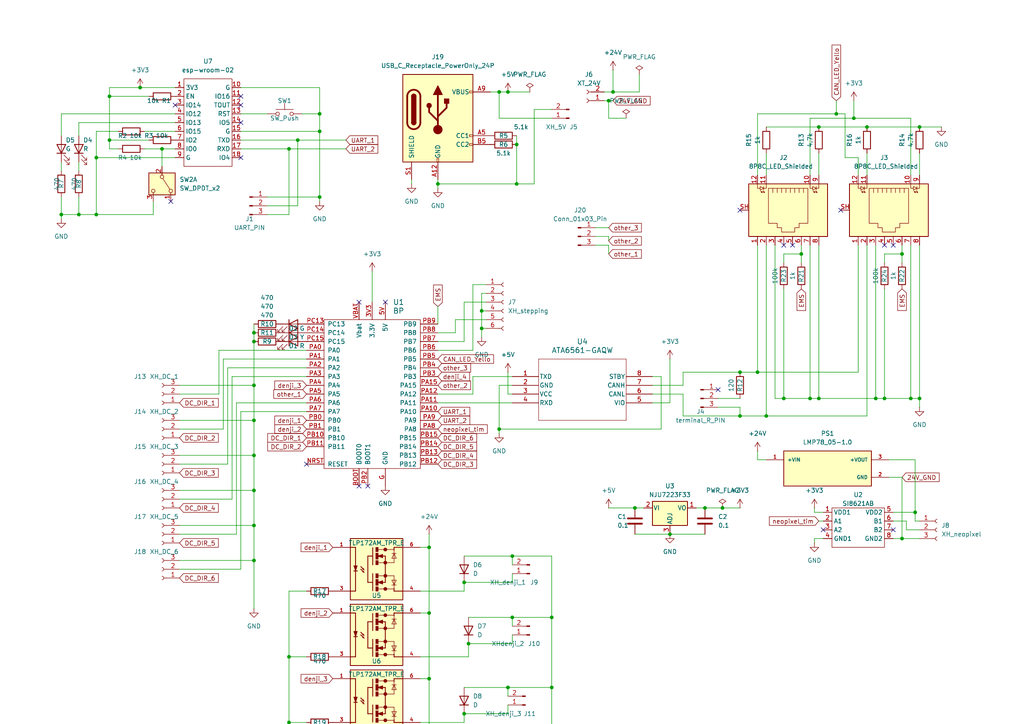
<source format=kicad_sch>
(kicad_sch (version 20231120) (generator "eeschema") (generator_version "8.0")
  (paper "A4")
  (junction (at 184.15 147.32))
  (junction (at 242.57 33.02))
  (junction (at 144.78 26.67))
  (junction (at 83.82 190.5))
  (junction (at 73.66 152.4))
  (junction (at 194.31 154.94))
  (junction (at 73.66 111.76))
  (junction (at 92.71 57.15))
  (junction (at 139.7 90.17))
  (junction (at 149.86 53.34))
  (junction (at 134.62 168.91))
  (junction (at 73.66 121.92))
  (junction (at 27.94 62.23))
  (junction (at 73.66 142.24))
  (junction (at 73.66 162.56))
  (junction (at 147.32 199.39))
  (junction (at 247.65 34.29))
  (junction (at 31.75 40.64))
  (junction (at 265.43 148.59))
  (junction (at 209.55 147.32))
  (junction (at 261.62 156.21))
  (junction (at 237.49 36.83))
  (junction (at 124.46 196.85))
  (junction (at 134.62 207.01))
  (junction (at 214.63 107.95))
  (junction (at 83.82 228.6))
  (junction (at 160.02 199.39))
  (junction (at 251.46 36.83))
  (junction (at 127 53.34))
  (junction (at 147.32 218.44))
  (junction (at 237.49 115.57))
  (junction (at 86.36 40.64))
  (junction (at 92.71 33.02))
  (junction (at 73.66 99.06))
  (junction (at 135.89 186.69))
  (junction (at 160.02 218.44))
  (junction (at 148.59 161.29))
  (junction (at 40.64 25.4))
  (junction (at 83.82 209.55))
  (junction (at 254 115.57))
  (junction (at 83.82 43.18))
  (junction (at 22.86 62.23))
  (junction (at 214.63 120.65))
  (junction (at 124.46 177.8))
  (junction (at 232.41 73.66))
  (junction (at 261.62 73.66))
  (junction (at 177.8 26.67))
  (junction (at 134.62 226.06))
  (junction (at 160.02 179.07))
  (junction (at 264.16 115.57))
  (junction (at 266.7 36.83))
  (junction (at 227.33 115.57))
  (junction (at 219.71 107.95))
  (junction (at 31.75 27.94))
  (junction (at 266.7 115.57))
  (junction (at 46.99 43.18))
  (junction (at 92.71 38.1))
  (junction (at 176.53 29.21))
  (junction (at 256.54 115.57))
  (junction (at 139.7 95.25))
  (junction (at 222.25 120.65))
  (junction (at 148.59 179.07))
  (junction (at 73.66 132.08))
  (junction (at 27.94 45.72))
  (junction (at 204.47 147.32))
  (junction (at 234.95 115.57))
  (junction (at 73.66 96.52))
  (junction (at 124.46 158.75))
  (junction (at 149.86 41.91))
  (junction (at 147.32 26.67))
  (junction (at 17.78 62.23))
  (junction (at 144.78 124.46))
  (no_connect (at 243.84 60.96))
  (no_connect (at 227.33 71.12))
  (no_connect (at 214.63 60.96))
  (no_connect (at 259.08 71.12))
  (no_connect (at 256.54 71.12))
  (no_connect (at 69.85 27.94))
  (no_connect (at 49.53 58.42))
  (no_connect (at 104.14 87.63))
  (no_connect (at 208.28 113.03))
  (no_connect (at 238.76 153.67))
  (no_connect (at 259.08 153.67))
  (no_connect (at 69.85 45.72))
  (no_connect (at 88.9 134.62))
  (no_connect (at 69.85 30.48))
  (no_connect (at 50.8 30.48))
  (no_connect (at 229.87 71.12))
  (no_connect (at 106.68 140.97))
  (no_connect (at 111.76 87.63))
  (no_connect (at 104.14 140.97))
  (no_connect (at 69.85 35.56))
  (wire (pts (xy 17.78 57.15) (xy 17.78 62.23)))
  (wire (pts (xy 66.04 134.62) (xy 52.07 134.62)))
  (wire (pts (xy 147.32 199.39) (xy 147.32 201.93)))
  (wire (pts (xy 172.72 66.04) (xy 176.53 66.04)))
  (wire (pts (xy 147.32 218.44) (xy 147.32 220.98)))
  (wire (pts (xy 261.62 156.21) (xy 266.7 156.21)))
  (wire (pts (xy 88.9 101.6) (xy 63.5 101.6)))
  (wire (pts (xy 148.59 168.91) (xy 134.62 168.91)))
  (wire (pts (xy 147.32 226.06) (xy 134.62 226.06)))
  (wire (pts (xy 41.91 43.18) (xy 46.99 43.18)))
  (wire (pts (xy 92.71 38.1) (xy 92.71 33.02)))
  (wire (pts (xy 77.47 57.15) (xy 92.71 57.15)))
  (wire (pts (xy 139.7 85.09) (xy 139.7 90.17)))
  (wire (pts (xy 237.49 71.12) (xy 237.49 115.57)))
  (wire (pts (xy 176.53 29.21) (xy 177.8 29.21)))
  (wire (pts (xy 148.59 166.37) (xy 148.59 168.91)))
  (wire (pts (xy 88.9 109.22) (xy 67.31 109.22)))
  (wire (pts (xy 127 114.3) (xy 137.16 114.3)))
  (wire (pts (xy 31.75 25.4) (xy 31.75 27.94)))
  (wire (pts (xy 144.78 111.76) (xy 144.78 124.46)))
  (wire (pts (xy 134.62 171.45) (xy 121.92 171.45)))
  (wire (pts (xy 148.59 184.15) (xy 148.59 186.69)))
  (wire (pts (xy 22.86 35.56) (xy 22.86 39.37)))
  (wire (pts (xy 181.61 34.29) (xy 176.53 34.29)))
  (wire (pts (xy 127 99.06) (xy 134.62 99.06)))
  (wire (pts (xy 219.71 107.95) (xy 248.92 107.95)))
  (wire (pts (xy 148.59 186.69) (xy 135.89 186.69)))
  (wire (pts (xy 237.49 115.57) (xy 234.95 115.57)))
  (wire (pts (xy 214.63 120.65) (xy 198.12 120.65)))
  (wire (pts (xy 86.36 40.64) (xy 86.36 59.69)))
  (wire (pts (xy 266.7 36.83) (xy 273.05 36.83)))
  (wire (pts (xy 17.78 62.23) (xy 17.78 63.5)))
  (wire (pts (xy 127 88.9) (xy 127 93.98)))
  (wire (pts (xy 83.82 228.6) (xy 83.82 232.41)))
  (wire (pts (xy 198.12 107.95) (xy 198.12 111.76)))
  (wire (pts (xy 160.02 31.75) (xy 154.94 31.75)))
  (wire (pts (xy 139.7 90.17) (xy 140.97 90.17)))
  (wire (pts (xy 261.62 71.12) (xy 261.62 73.66)))
  (wire (pts (xy 176.53 147.32) (xy 184.15 147.32)))
  (wire (pts (xy 134.62 87.63) (xy 140.97 87.63)))
  (wire (pts (xy 83.82 62.23) (xy 77.47 62.23)))
  (wire (pts (xy 160.02 218.44) (xy 160.02 224.79)))
  (wire (pts (xy 259.08 156.21) (xy 261.62 156.21)))
  (wire (pts (xy 68.58 116.84) (xy 68.58 154.94)))
  (wire (pts (xy 50.8 35.56) (xy 22.86 35.56)))
  (wire (pts (xy 184.15 154.94) (xy 194.31 154.94)))
  (wire (pts (xy 264.16 115.57) (xy 266.7 115.57)))
  (wire (pts (xy 147.32 26.67) (xy 153.67 26.67)))
  (wire (pts (xy 154.94 31.75) (xy 154.94 53.34)))
  (wire (pts (xy 68.58 154.94) (xy 52.07 154.94)))
  (wire (pts (xy 251.46 36.83) (xy 266.7 36.83)))
  (wire (pts (xy 134.62 99.06) (xy 134.62 87.63)))
  (wire (pts (xy 148.59 179.07) (xy 148.59 181.61)))
  (wire (pts (xy 264.16 115.57) (xy 256.54 115.57)))
  (wire (pts (xy 214.63 107.95) (xy 219.71 107.95)))
  (wire (pts (xy 22.86 62.23) (xy 22.86 57.15)))
  (wire (pts (xy 160.02 34.29) (xy 144.78 34.29)))
  (wire (pts (xy 172.72 71.12) (xy 176.53 71.12)))
  (wire (pts (xy 31.75 40.64) (xy 43.18 40.64)))
  (wire (pts (xy 124.46 196.85) (xy 124.46 215.9)))
  (wire (pts (xy 121.92 177.8) (xy 124.46 177.8)))
  (wire (pts (xy 41.91 38.1) (xy 50.8 38.1)))
  (wire (pts (xy 148.59 163.83) (xy 148.59 161.29)))
  (wire (pts (xy 214.63 120.65) (xy 222.25 120.65)))
  (wire (pts (xy 124.46 154.94) (xy 124.46 158.75)))
  (wire (pts (xy 63.5 114.3) (xy 52.07 114.3)))
  (wire (pts (xy 232.41 71.12) (xy 232.41 73.66)))
  (wire (pts (xy 208.28 115.57) (xy 214.63 115.57)))
  (wire (pts (xy 34.29 43.18) (xy 31.75 43.18)))
  (wire (pts (xy 251.46 120.65) (xy 251.46 71.12)))
  (wire (pts (xy 176.53 34.29) (xy 176.53 29.21)))
  (wire (pts (xy 83.82 190.5) (xy 88.9 190.5)))
  (wire (pts (xy 140.97 85.09) (xy 139.7 85.09)))
  (wire (pts (xy 127 116.84) (xy 148.59 116.84)))
  (wire (pts (xy 73.66 142.24) (xy 73.66 132.08)))
  (wire (pts (xy 31.75 27.94) (xy 43.18 27.94)))
  (wire (pts (xy 137.16 109.22) (xy 148.59 109.22)))
  (wire (pts (xy 175.26 29.21) (xy 176.53 29.21)))
  (wire (pts (xy 40.64 25.4) (xy 31.75 25.4)))
  (wire (pts (xy 22.86 46.99) (xy 22.86 49.53)))
  (wire (pts (xy 83.82 171.45) (xy 83.82 190.5)))
  (wire (pts (xy 177.8 26.67) (xy 177.8 20.32)))
  (wire (pts (xy 83.82 190.5) (xy 83.82 209.55)))
  (wire (pts (xy 160.02 161.29) (xy 160.02 179.07)))
  (wire (pts (xy 245.11 45.72) (xy 248.92 45.72)))
  (wire (pts (xy 236.22 147.32) (xy 236.22 148.59)))
  (wire (pts (xy 227.33 73.66) (xy 232.41 73.66)))
  (wire (pts (xy 176.53 71.12) (xy 176.53 73.66)))
  (wire (pts (xy 160.02 179.07) (xy 160.02 199.39)))
  (wire (pts (xy 44.45 58.42) (xy 44.45 62.23)))
  (wire (pts (xy 154.94 53.34) (xy 149.86 53.34)))
  (wire (pts (xy 46.99 43.18) (xy 50.8 43.18)))
  (wire (pts (xy 52.07 121.92) (xy 73.66 121.92)))
  (wire (pts (xy 247.65 34.29) (xy 264.16 34.29)))
  (wire (pts (xy 17.78 33.02) (xy 17.78 39.37)))
  (wire (pts (xy 135.89 186.69) (xy 135.89 190.5)))
  (wire (pts (xy 234.95 115.57) (xy 227.33 115.57)))
  (wire (pts (xy 227.33 83.82) (xy 227.33 115.57)))
  (wire (pts (xy 134.62 168.91) (xy 134.62 171.45)))
  (wire (pts (xy 107.95 78.74) (xy 107.95 87.63)))
  (wire (pts (xy 234.95 71.12) (xy 234.95 115.57)))
  (wire (pts (xy 83.82 228.6) (xy 88.9 228.6)))
  (wire (pts (xy 73.66 121.92) (xy 73.66 111.76)))
  (wire (pts (xy 86.36 59.69) (xy 77.47 59.69)))
  (wire (pts (xy 144.78 124.46) (xy 144.78 125.73)))
  (wire (pts (xy 265.43 151.13) (xy 266.7 151.13)))
  (wire (pts (xy 134.62 228.6) (xy 121.92 228.6)))
  (wire (pts (xy 219.71 107.95) (xy 219.71 71.12)))
  (wire (pts (xy 34.29 38.1) (xy 27.94 38.1)))
  (wire (pts (xy 185.42 26.67) (xy 177.8 26.67)))
  (wire (pts (xy 147.32 207.01) (xy 134.62 207.01)))
  (wire (pts (xy 144.78 34.29) (xy 144.78 26.67)))
  (wire (pts (xy 175.26 26.67) (xy 177.8 26.67)))
  (wire (pts (xy 261.62 138.43) (xy 261.62 156.21)))
  (wire (pts (xy 237.49 44.45) (xy 237.49 50.8)))
  (wire (pts (xy 52.07 111.76) (xy 73.66 111.76)))
  (wire (pts (xy 50.8 33.02) (xy 17.78 33.02)))
  (wire (pts (xy 69.85 119.38) (xy 69.85 165.1)))
  (wire (pts (xy 139.7 90.17) (xy 139.7 95.25)))
  (wire (pts (xy 83.82 209.55) (xy 83.82 228.6)))
  (wire (pts (xy 137.16 101.6) (xy 137.16 82.55)))
  (wire (pts (xy 256.54 115.57) (xy 254 115.57)))
  (wire (pts (xy 247.65 34.29) (xy 234.95 34.29)))
  (wire (pts (xy 73.66 132.08) (xy 73.66 121.92)))
  (wire (pts (xy 119.38 52.07) (xy 119.38 53.34)))
  (wire (pts (xy 256.54 73.66) (xy 261.62 73.66)))
  (wire (pts (xy 66.04 106.68) (xy 66.04 134.62)))
  (wire (pts (xy 265.43 148.59) (xy 265.43 151.13)))
  (wire (pts (xy 88.9 106.68) (xy 66.04 106.68)))
  (wire (pts (xy 232.41 73.66) (xy 232.41 76.2)))
  (wire (pts (xy 147.32 199.39) (xy 160.02 199.39)))
  (wire (pts (xy 69.85 33.02) (xy 77.47 33.02)))
  (wire (pts (xy 224.79 115.57) (xy 224.79 71.12)))
  (wire (pts (xy 52.07 162.56) (xy 73.66 162.56)))
  (wire (pts (xy 64.77 104.14) (xy 64.77 124.46)))
  (wire (pts (xy 208.28 118.11) (xy 214.63 118.11)))
  (wire (pts (xy 194.31 116.84) (xy 194.31 104.14)))
  (wire (pts (xy 83.82 43.18) (xy 83.82 62.23)))
  (wire (pts (xy 127 101.6) (xy 137.16 101.6)))
  (wire (pts (xy 176.53 68.58) (xy 176.53 69.85)))
  (wire (pts (xy 266.7 71.12) (xy 266.7 115.57)))
  (wire (pts (xy 245.11 33.02) (xy 245.11 45.72)))
  (wire (pts (xy 160.02 199.39) (xy 160.02 218.44)))
  (wire (pts (xy 262.89 153.67) (xy 266.7 153.67)))
  (wire (pts (xy 73.66 176.53) (xy 73.66 162.56)))
  (wire (pts (xy 31.75 43.18) (xy 31.75 40.64)))
  (wire (pts (xy 172.72 68.58) (xy 176.53 68.58)))
  (wire (pts (xy 257.81 133.35) (xy 265.43 133.35)))
  (wire (pts (xy 137.16 114.3) (xy 137.16 109.22)))
  (wire (pts (xy 134.62 207.01) (xy 134.62 209.55)))
  (wire (pts (xy 256.54 76.2) (xy 256.54 73.66)))
  (wire (pts (xy 149.86 39.37) (xy 149.86 41.91)))
  (wire (pts (xy 234.95 34.29) (xy 234.95 50.8)))
  (wire (pts (xy 219.71 133.35) (xy 222.25 133.35)))
  (wire (pts (xy 219.71 33.02) (xy 219.71 50.8)))
  (wire (pts (xy 69.85 25.4) (xy 92.71 25.4)))
  (wire (pts (xy 191.77 109.22) (xy 191.77 124.46)))
  (wire (pts (xy 88.9 116.84) (xy 68.58 116.84)))
  (wire (pts (xy 135.89 190.5) (xy 121.92 190.5)))
  (wire (pts (xy 254 71.12) (xy 254 115.57)))
  (wire (pts (xy 248.92 107.95) (xy 248.92 71.12)))
  (wire (pts (xy 100.33 40.64) (xy 86.36 40.64)))
  (wire (pts (xy 204.47 147.32) (xy 209.55 147.32)))
  (wire (pts (xy 139.7 95.25) (xy 140.97 95.25)))
  (wire (pts (xy 137.16 82.55) (xy 140.97 82.55)))
  (wire (pts (xy 73.66 93.98) (xy 73.66 96.52)))
  (wire (pts (xy 134.62 199.39) (xy 147.32 199.39)))
  (wire (pts (xy 144.78 124.46) (xy 191.77 124.46)))
  (wire (pts (xy 73.66 162.56) (xy 73.66 152.4)))
  (wire (pts (xy 124.46 158.75) (xy 124.46 177.8)))
  (wire (pts (xy 219.71 130.81) (xy 219.71 133.35)))
  (wire (pts (xy 92.71 33.02) (xy 87.63 33.02)))
  (wire (pts (xy 148.59 179.07) (xy 160.02 179.07)))
  (wire (pts (xy 83.82 43.18) (xy 100.33 43.18)))
  (wire (pts (xy 88.9 104.14) (xy 64.77 104.14)))
  (wire (pts (xy 236.22 156.21) (xy 236.22 157.48)))
  (wire (pts (xy 201.93 147.32) (xy 204.47 147.32)))
  (wire (pts (xy 265.43 133.35) (xy 265.43 148.59)))
  (wire (pts (xy 254 115.57) (xy 237.49 115.57)))
  (wire (pts (xy 69.85 38.1) (xy 92.71 38.1)))
  (wire (pts (xy 132.08 96.52) (xy 132.08 92.71)))
  (wire (pts (xy 266.7 115.57) (xy 266.7 118.11)))
  (wire (pts (xy 144.78 26.67) (xy 147.32 26.67)))
  (wire (pts (xy 264.16 34.29) (xy 264.16 50.8)))
  (wire (pts (xy 27.94 62.23) (xy 22.86 62.23)))
  (wire (pts (xy 134.62 209.55) (xy 121.92 209.55)))
  (wire (pts (xy 198.12 111.76) (xy 189.23 111.76)))
  (wire (pts (xy 127 54.61) (xy 127 53.34)))
  (wire (pts (xy 132.08 92.71) (xy 140.97 92.71)))
  (wire (pts (xy 259.08 148.59) (xy 265.43 148.59)))
  (wire (pts (xy 50.8 25.4) (xy 40.64 25.4)))
  (wire (pts (xy 242.57 33.02) (xy 245.11 33.02)))
  (wire (pts (xy 73.66 111.76) (xy 73.66 99.06)))
  (wire (pts (xy 222.25 120.65) (xy 222.25 71.12)))
  (wire (pts (xy 148.59 161.29) (xy 134.62 161.29)))
  (wire (pts (xy 148.59 111.76) (xy 144.78 111.76)))
  (wire (pts (xy 214.63 118.11) (xy 214.63 120.65)))
  (wire (pts (xy 67.31 144.78) (xy 52.07 144.78)))
  (wire (pts (xy 189.23 116.84) (xy 194.31 116.84)))
  (wire (pts (xy 17.78 62.23) (xy 22.86 62.23)))
  (wire (pts (xy 92.71 57.15) (xy 92.71 58.42)))
  (wire (pts (xy 73.66 152.4) (xy 73.66 142.24)))
  (wire (pts (xy 127 53.34) (xy 127 52.07)))
  (wire (pts (xy 251.46 44.45) (xy 251.46 50.8)))
  (wire (pts (xy 69.85 40.64) (xy 86.36 40.64)))
  (wire (pts (xy 261.62 73.66) (xy 261.62 76.2)))
  (wire (pts (xy 52.07 142.24) (xy 73.66 142.24)))
  (wire (pts (xy 198.12 114.3) (xy 189.23 114.3)))
  (wire (pts (xy 264.16 71.12) (xy 264.16 115.57)))
  (wire (pts (xy 142.24 26.67) (xy 144.78 26.67)))
  (wire (pts (xy 67.31 109.22) (xy 67.31 144.78)))
  (wire (pts (xy 147.32 114.3) (xy 148.59 114.3)))
  (wire (pts (xy 257.81 138.43) (xy 261.62 138.43)))
  (wire (pts (xy 17.78 46.99) (xy 17.78 49.53)))
  (wire (pts (xy 222.25 36.83) (xy 237.49 36.83)))
  (wire (pts (xy 27.94 38.1) (xy 27.94 45.72)))
  (wire (pts (xy 73.66 96.52) (xy 73.66 99.06)))
  (wire (pts (xy 238.76 156.21) (xy 236.22 156.21)))
  (wire (pts (xy 124.46 177.8) (xy 124.46 196.85)))
  (wire (pts (xy 222.25 44.45) (xy 222.25 50.8)))
  (wire (pts (xy 46.99 43.18) (xy 46.99 48.26)))
  (wire (pts (xy 149.86 41.91) (xy 149.86 53.34)))
  (wire (pts (xy 236.22 148.59) (xy 238.76 148.59)))
  (wire (pts (xy 198.12 120.65) (xy 198.12 114.3)))
  (wire (pts (xy 147.32 107.95) (xy 147.32 114.3)))
  (wire (pts (xy 69.85 43.18) (xy 83.82 43.18)))
  (wire (pts (xy 227.33 115.57) (xy 224.79 115.57)))
  (wire (pts (xy 134.62 226.06) (xy 134.62 228.6)))
  (wire (pts (xy 266.7 44.45) (xy 266.7 50.8)))
  (wire (pts (xy 44.45 62.23) (xy 27.94 62.23)))
  (wire (pts (xy 242.57 33.02) (xy 219.71 33.02)))
  (wire (pts (xy 214.63 107.95) (xy 198.12 107.95)))
  (wire (pts (xy 222.25 120.65) (xy 251.46 120.65)))
  (wire (pts (xy 185.42 21.59) (xy 185.42 26.67)))
  (wire (pts (xy 124.46 158.75) (xy 121.92 158.75)))
  (wire (pts (xy 64.77 124.46) (xy 52.07 124.46)))
  (wire (pts (xy 209.55 147.32) (xy 214.63 147.32)))
  (wire (pts (xy 147.32 223.52) (xy 147.32 226.06)))
  (wire (pts (xy 92.71 38.1) (xy 92.71 57.15)))
  (wire (pts (xy 227.33 76.2) (xy 227.33 73.66)))
  (wire (pts (xy 160.02 218.44) (xy 147.32 218.44)))
  (wire (pts (xy 88.9 119.38) (xy 69.85 119.38)))
  (wire (pts (xy 259.08 151.13) (xy 262.89 151.13)))
  (wire (pts (xy 63.5 101.6) (xy 63.5 114.3)))
  (wire (pts (xy 135.89 179.07) (xy 148.59 179.07)))
  (wire (pts (xy 237.49 151.13) (xy 238.76 151.13)))
  (wire (pts (xy 148.59 161.29) (xy 160.02 161.29)))
  (wire (pts (xy 184.15 147.32) (xy 186.69 147.32)))
  (wire (pts (xy 83.82 209.55) (xy 88.9 209.55)))
  (wire (pts (xy 147.32 204.47) (xy 147.32 207.01)))
  (wire (pts (xy 149.86 53.34) (xy 127 53.34)))
  (wire (pts (xy 256.54 83.82) (xy 256.54 115.57)))
  (wire (pts (xy 88.9 171.45) (xy 83.82 171.45)))
  (wire (pts (xy 92.71 25.4) (xy 92.71 33.02)))
  (wire (pts (xy 52.07 132.08) (xy 73.66 132.08)))
  (wire (pts (xy 27.94 45.72) (xy 27.94 62.23)))
  (wire (pts (xy 127 96.52) (xy 132.08 96.52)))
  (wire (pts (xy 31.75 27.94) (xy 31.75 40.64)))
  (wire (pts (xy 69.85 165.1) (xy 52.07 165.1)))
  (wire (pts (xy 247.65 29.21) (xy 247.65 34.29)))
  (wire (pts (xy 50.8 45.72) (xy 27.94 45.72)))
  (wire (pts (xy 121.92 196.85) (xy 124.46 196.85)))
  (wire (pts (xy 237.49 36.83) (xy 251.46 36.83)))
  (wire (pts (xy 242.57 29.21) (xy 242.57 33.02)))
  (wire (pts (xy 134.62 218.44) (xy 147.32 218.44)))
  (wire (pts (xy 139.7 95.25) (xy 139.7 97.79)))
  (wire (pts (xy 121.92 215.9) (xy 124.46 215.9)))
  (wire (pts (xy 262.89 151.13) (xy 262.89 153.67)))
  (wire (pts (xy 194.31 154.94) (xy 204.47 154.94)))
  (wire (pts (xy 248.92 45.72) (xy 248.92 50.8)))
  (wire (pts (xy 189.23 109.22) (xy 191.77 109.22)))
  (wire (pts (xy 52.07 152.4) (xy 73.66 152.4)))
  (global_label "DC_DIR_3" (shape input) (at 52.07 137.16 0) (property "Intersheetrefs" "${INTERSHEET_REFS}" (effects (hide yes))))
  (global_label "denji_3" (shape input) (at 96.52 196.85 180) (property "Intersheetrefs" "${INTERSHEET_REFS}" (effects (hide yes))))
  (global_label "EMS" (shape input) (at 261.62 83.82 270) (property "Intersheetrefs" "${INTERSHEET_REFS}" (effects (hide yes))))
  (global_label "denji_4" (shape input) (at 127 109.22 0) (property "Intersheetrefs" "${INTERSHEET_REFS}" (effects (hide yes))))
  (global_label "UART_2" (shape input) (at 100.33 43.18 0) (property "Intersheetrefs" "${INTERSHEET_REFS}" (effects (hide yes))))
  (global_label "DC_DIR_5" (shape input) (at 127 129.54 0) (property "Intersheetrefs" "${INTERSHEET_REFS}" (effects (hide yes))))
  (global_label "DC_DIR_1" (shape input) (at 52.07 116.84 0) (property "Intersheetrefs" "${INTERSHEET_REFS}" (effects (hide yes))))
  (global_label "other_3" (shape input) (at 176.53 66.04 0) (property "Intersheetrefs" "${INTERSHEET_REFS}" (effects (hide yes))))
  (global_label "DC_DIR_2" (shape input) (at 88.9 129.54 180) (property "Intersheetrefs" "${INTERSHEET_REFS}" (effects (hide yes))))
  (global_label "UART_2" (shape input) (at 127 121.92 0) (property "Intersheetrefs" "${INTERSHEET_REFS}" (effects (hide yes))))
  (global_label "denji_1" (shape input) (at 88.9 121.92 180) (property "Intersheetrefs" "${INTERSHEET_REFS}" (effects (hide yes))))
  (global_label "UART_1" (shape input) (at 100.33 40.64 0) (property "Intersheetrefs" "${INTERSHEET_REFS}" (effects (hide yes))))
  (global_label "UART_1" (shape input) (at 127 119.38 0) (property "Intersheetrefs" "${INTERSHEET_REFS}" (effects (hide yes))))
  (global_label "denji_4" (shape input) (at 96.52 215.9 180) (property "Intersheetrefs" "${INTERSHEET_REFS}" (effects (hide yes))))
  (global_label "DC_DIR_4" (shape input) (at 52.07 147.32 0) (property "Intersheetrefs" "${INTERSHEET_REFS}" (effects (hide yes))))
  (global_label "denji_2" (shape input) (at 96.52 177.8 180) (property "Intersheetrefs" "${INTERSHEET_REFS}" (effects (hide yes))))
  (global_label "24V_GND" (shape input) (at 177.8 29.21 0) (property "Intersheetrefs" "${INTERSHEET_REFS}" (effects (hide yes))))
  (global_label "EMS" (shape input) (at 127 88.9 90) (property "Intersheetrefs" "${INTERSHEET_REFS}" (effects (hide yes))))
  (global_label "other_2" (shape input) (at 176.53 69.85 0) (property "Intersheetrefs" "${INTERSHEET_REFS}" (effects (hide yes))))
  (global_label "EMS" (shape input) (at 232.41 83.82 270) (property "Intersheetrefs" "${INTERSHEET_REFS}" (effects (hide yes))))
  (global_label "DC_DIR_1" (shape input) (at 88.9 127 180) (property "Intersheetrefs" "${INTERSHEET_REFS}" (effects (hide yes))))
  (global_label "DC_DIR_4" (shape input) (at 127 132.08 0) (property "Intersheetrefs" "${INTERSHEET_REFS}" (effects (hide yes))))
  (global_label "neopixel_tim" (shape input) (at 237.49 151.13 180) (property "Intersheetrefs" "${INTERSHEET_REFS}" (effects (hide yes))))
  (global_label "DC_DIR_6" (shape input) (at 127 127 0) (property "Intersheetrefs" "${INTERSHEET_REFS}" (effects (hide yes))))
  (global_label "denji_3" (shape input) (at 88.9 111.76 180) (property "Intersheetrefs" "${INTERSHEET_REFS}" (effects (hide yes))))
  (global_label "DC_DIR_3" (shape input) (at 127 134.62 0) (property "Intersheetrefs" "${INTERSHEET_REFS}" (effects (hide yes))))
  (global_label "other_2" (shape input) (at 127 111.76 0) (property "Intersheetrefs" "${INTERSHEET_REFS}" (effects (hide yes))))
  (global_label "DC_DIR_6" (shape input) (at 52.07 167.64 0) (property "Intersheetrefs" "${INTERSHEET_REFS}" (effects (hide yes))))
  (global_label "other_1" (shape input) (at 176.53 73.66 0) (property "Intersheetrefs" "${INTERSHEET_REFS}" (effects (hide yes))))
  (global_label "24V_GND" (shape input) (at 160.02 224.79 0) (property "Intersheetrefs" "${INTERSHEET_REFS}" (effects (hide yes))))
  (global_label "CAN_LED_Yello" (shape input) (at 242.57 29.21 90) (property "Intersheetrefs" "${INTERSHEET_REFS}" (effects (hide yes))))
  (global_label "CAN_LED_Yello" (shape input) (at 127 104.14 0) (property "Intersheetrefs" "${INTERSHEET_REFS}" (effects (hide yes))))
  (global_label "other_3" (shape input) (at 127 106.68 0) (property "Intersheetrefs" "${INTERSHEET_REFS}" (effects (hide yes))))
  (global_label "other_1" (shape input) (at 88.9 114.3 180) (property "Intersheetrefs" "${INTERSHEET_REFS}" (effects (hide yes))))
  (global_label "DC_DIR_2" (shape input) (at 52.07 127 0) (property "Intersheetrefs" "${INTERSHEET_REFS}" (effects (hide yes))))
  (global_label "denji_1" (shape input) (at 96.52 158.75 180) (property "Intersheetrefs" "${INTERSHEET_REFS}" (effects (hide yes))))
  (global_label "DC_DIR_5" (shape input) (at 52.07 157.48 0) (property "Intersheetrefs" "${INTERSHEET_REFS}" (effects (hide yes))))
  (global_label "neopixel_tim" (shape input) (at 127 124.46 0) (property "Intersheetrefs" "${INTERSHEET_REFS}" (effects (hide yes))))
  (global_label "denji_2" (shape input) (at 88.9 124.46 180) (property "Intersheetrefs" "${INTERSHEET_REFS}" (effects (hide yes))))
  (global_label "24V_GND" (shape input) (at 261.62 138.43 0) (property "Intersheetrefs" "${INTERSHEET_REFS}" (effects (hide yes))))
  (symbol (lib_id "power:+3V3") (at 107.95 78.74 0) (unit 1)
    (property "Reference" "#PWR05" (effects (hide yes)))
    (property "Value" "+3V3" (at 107.95 73.66 0))
    (property "Description" "Power symbol creates a global label with name \"+3V3\"" (effects (hide yes)))
  )
  (symbol (lib_id "power:GND") (at 92.71 58.42 0) (unit 1)
    (property "Reference" "#PWR02" (effects (hide yes)))
    (property "Value" "GND" (at 92.71 63.5 0))
    (property "Description" "Power symbol creates a global label with name \"GND\" , ground" (effects (hide yes)))
  )
  (symbol (lib_id "power:+24V") (at 219.71 130.81 0) (unit 1)
    (property "Reference" "#PWR021" (effects (hide yes)))
    (property "Value" "+24V" (at 219.71 125.73 0))
    (property "Description" "Power symbol creates a global label with name \"+24V\"" (effects (hide yes)))
  )
  (symbol (lib_id "power:GND") (at 139.7 97.79 0) (unit 1)
    (property "Reference" "#PWR013" (effects (hide yes)))
    (property "Value" "GND" (at 139.7 102.87 0))
    (property "Description" "Power symbol creates a global label with name \"GND\" , ground" (effects (hide yes)))
  )
  (symbol (lib_id "Connector:Conn_01x02_Pin") (at 152.4 223.52 180) (unit 1)
    (property "Reference" "J12" (at 153.67 226.06 0))
    (property "Value" "XH_denji_4" (at 146.05 226.06 0))
    (property "Footprint" "Connector_JST:JST_XH_B2B-XH-A_1x02_P2.50mm_Vertical" (effects (hide yes)))
    (property "Description" "Generic connector, single row, 01x02, script generated" (effects (hide yes)))
  )
  (symbol (lib_id "Device:R") (at 46.99 27.94 90) (unit 1)
    (property "Reference" "R1" (at 48.26 29.21 90))
    (property "Value" "10k" (at 44.45 29.21 90))
    (property "Footprint" "Resistor_SMD:R_0402_1005Metric" (effects (hide yes)))
    (property "Description" "Resistor" (effects (hide yes)))
  )
  (symbol (lib_id "my_symbol:TLP172AM_TPR_E") (at 111.76 180.34 0) (unit 1)
    (property "Reference" "U6" (at 109.22 191.77 0))
    (property "Value" "TLP172AM_TPR_E" (at 109.22 176.53 0))
    (property "Footprint" "my_Library:SOIC254P700X220-4N" (effects (hide yes)))
    (property "MF" "Toshiba Semiconductor" (effects (hide yes)))
    (property "Description_1" "\n                        \n                            Solid State  SPST-NO (1 Form A) 6-SOP (0.179, 4.55mm), 4 Leads\n                        \n" (effects (hide yes)))
    (property "Package" "None" (effects (hide yes)))
    (property "Price" "None" (effects (hide yes)))
    (property "Check_prices" "https://www.snapeda.com/parts/TLP172AM(TPR,E/Toshiba/view-part/?ref=eda" (effects (hide yes)))
    (property "STANDARD" "IPC 7351B" (effects (hide yes)))
    (property "PARTREV" "5.0" (effects (hide yes)))
    (property "SnapEDA_Link" "https://www.snapeda.com/parts/TLP172AM(TPR,E/Toshiba/view-part/?ref=snap" (effects (hide yes)))
    (property "MP" "TLP172AM(TPR,E" (effects (hide yes)))
    (property "Availability" "In Stock" (effects (hide yes)))
    (property "MANUFACTURER" "TOSHIBA" (effects (hide yes)))
  )
  (symbol (lib_id "Device:R") (at 237.49 40.64 180) (unit 1)
    (property "Reference" "R13" (at 232.41 40.64 90))
    (property "Value" "4.7k" (at 234.95 40.64 90))
    (property "Footprint" "Resistor_SMD:R_0402_1005Metric" (effects (hide yes)))
    (property "Description" "Resistor" (effects (hide yes)))
  )
  (symbol (lib_id "Connector:USB_C_Receptacle_PowerOnly_24P") (at 127 34.29 0) (unit 1)
    (property "Reference" "J19" (at 127 16.51 0))
    (property "Value" "USB_C_Receptacle_PowerOnly_24P" (at 127 19.05 0))
    (property "Footprint" "Connector_USB:USB_C_Receptacle_G-Switch_GT-USB-7010ASV" (effects (hide yes)))
    (property "Datasheet" "https://www.usb.org/sites/default/files/documents/usb_type-c.zip" (effects (hide yes)))
    (property "Description" "USB Power-Only 24P Type-C Receptacle connector" (effects (hide yes)))
  )
  (symbol (lib_id "Device:R") (at 261.62 80.01 180) (unit 1)
    (property "Reference" "R22" (at 261.62 80.01 90))
    (property "Value" "1k" (at 259.08 80.01 90))
    (property "Footprint" "Resistor_SMD:R_0402_1005Metric" (effects (hide yes)))
    (property "Description" "Resistor" (effects (hide yes)))
  )
  (symbol (lib_id "power:GND") (at 236.22 157.48 0) (unit 1)
    (property "Reference" "#PWR020" (effects (hide yes)))
    (property "Value" "GND" (at 236.22 162.56 0))
    (property "Description" "Power symbol creates a global label with name \"GND\" , ground" (effects (hide yes)))
  )
  (symbol (lib_id "my_symbol:TLP172AM_TPR_E") (at 111.76 218.44 0) (unit 1)
    (property "Reference" "U9" (at 109.22 229.87 0))
    (property "Value" "TLP172AM_TPR_E" (at 109.22 214.63 0))
    (property "Footprint" "my_Library:SOIC254P700X220-4N" (effects (hide yes)))
    (property "MF" "Toshiba Semiconductor" (effects (hide yes)))
    (property "Description_1" "\n                        \n                            Solid State  SPST-NO (1 Form A) 6-SOP (0.179, 4.55mm), 4 Leads\n                        \n" (effects (hide yes)))
    (property "Package" "None" (effects (hide yes)))
    (property "Price" "None" (effects (hide yes)))
    (property "Check_prices" "https://www.snapeda.com/parts/TLP172AM(TPR,E/Toshiba/view-part/?ref=eda" (effects (hide yes)))
    (property "STANDARD" "IPC 7351B" (effects (hide yes)))
    (property "PARTREV" "5.0" (effects (hide yes)))
    (property "SnapEDA_Link" "https://www.snapeda.com/parts/TLP172AM(TPR,E/Toshiba/view-part/?ref=snap" (effects (hide yes)))
    (property "MP" "TLP172AM(TPR,E" (effects (hide yes)))
    (property "Availability" "In Stock" (effects (hide yes)))
    (property "MANUFACTURER" "TOSHIBA" (effects (hide yes)))
  )
  (symbol (lib_id "my_symbol:TLP172AM_TPR_E") (at 111.76 199.39 0) (unit 1)
    (property "Reference" "U8" (at 109.22 210.82 0))
    (property "Value" "TLP172AM_TPR_E" (at 109.22 195.58 0))
    (property "Footprint" "my_Library:SOIC254P700X220-4N" (effects (hide yes)))
    (property "MF" "Toshiba Semiconductor" (effects (hide yes)))
    (property "Description_1" "\n                        \n                            Solid State  SPST-NO (1 Form A) 6-SOP (0.179, 4.55mm), 4 Leads\n                        \n" (effects (hide yes)))
    (property "Package" "None" (effects (hide yes)))
    (property "Price" "None" (effects (hide yes)))
    (property "Check_prices" "https://www.snapeda.com/parts/TLP172AM(TPR,E/Toshiba/view-part/?ref=eda" (effects (hide yes)))
    (property "STANDARD" "IPC 7351B" (effects (hide yes)))
    (property "PARTREV" "5.0" (effects (hide yes)))
    (property "SnapEDA_Link" "https://www.snapeda.com/parts/TLP172AM(TPR,E/Toshiba/view-part/?ref=snap" (effects (hide yes)))
    (property "MP" "TLP172AM(TPR,E" (effects (hide yes)))
    (property "Availability" "In Stock" (effects (hide yes)))
    (property "MANUFACTURER" "TOSHIBA" (effects (hide yes)))
  )
  (symbol (lib_id "Device:R") (at 92.71 209.55 270) (unit 1)
    (property "Reference" "R19" (at 92.71 209.55 90))
    (property "Value" "470" (at 92.71 210.82 90))
    (property "Footprint" "Resistor_SMD:R_0402_1005Metric" (effects (hide yes)))
    (property "Description" "Resistor" (effects (hide yes)))
  )
  (symbol (lib_id "Device:LED") (at 85.09 93.98 0) (unit 1)
    (property "Reference" "D2" (at 85.09 95.25 0))
    (property "Value" "G" (at 87.63 95.25 0))
    (property "Footprint" "LED_SMD:LED_0805_2012Metric" (effects (hide yes)))
    (property "Description" "Light emitting diode" (effects (hide yes)))
  )
  (symbol (lib_id "Connector:Conn_01x02_Pin") (at 165.1 34.29 180) (unit 1)
    (property "Reference" "J5" (at 166.37 36.83 0))
    (property "Value" "XH_5V" (at 161.29 36.83 0))
    (property "Footprint" "Connector_JST:JST_XH_B2B-XH-A_1x02_P2.50mm_Vertical" (effects (hide yes)))
    (property "Description" "Generic connector, single row, 01x02, script generated" (effects (hide yes)))
  )
  (symbol (lib_id "Connector:Conn_01x03_Pin") (at 72.39 59.69 0) (unit 1)
    (property "Reference" "J1" (at 72.39 63.5 0))
    (property "Value" "UART_PIN" (at 72.39 66.04 0))
    (property "Footprint" "Connector_PinHeader_2.54mm:PinHeader_1x03_P2.54mm_Vertical" (effects (hide yes)))
    (property "Description" "Generic connector, single row, 01x03, script generated" (effects (hide yes)))
  )
  (symbol (lib_id "Device:D") (at 134.62 165.1 90) (unit 1)
    (property "Reference" "D6" (at 137.16 163.8299 90) (effects (justify right)))
    (property "Value" "D" (at 137.16 166.3699 90) (effects (justify right)))
    (property "Footprint" "my_Library:SOD-123FL" (effects (hide yes)))
    (property "Description" "Diode" (effects (hide yes)))
    (property "Sim.Device" "D" (effects (hide yes)))
    (property "Sim.Pins" "1=K 2=A" (effects (hide yes)))
  )
  (symbol (lib_id "Device:R") (at 251.46 40.64 180) (unit 1)
    (property "Reference" "R16" (at 246.38 40.64 90))
    (property "Value" "1k" (at 248.92 40.64 90))
    (property "Footprint" "Resistor_SMD:R_0402_1005Metric" (effects (hide yes)))
    (property "Description" "Resistor" (effects (hide yes)))
  )
  (symbol (lib_id "Device:R") (at 38.1 43.18 90) (unit 1)
    (property "Reference" "R4" (at 35.56 45.72 90))
    (property "Value" "10k" (at 39.37 45.72 90))
    (property "Footprint" "Resistor_SMD:R_0402_1005Metric" (effects (hide yes)))
    (property "Description" "Resistor" (effects (hide yes)))
  )
  (symbol (lib_id "my_symbol:esp-wroom-02") (at 50.8 25.4 0) (unit 1)
    (property "Reference" "U7" (at 60.325 17.78 0))
    (property "Value" "esp-wroom-02" (at 60.325 20.32 0))
    (property "Footprint" "my_Library:esp-wroom-02" (effects (hide yes)))
  )
  (symbol (lib_id "Connector:Conn_01x03_Socket") (at 46.99 144.78 180) (unit 1)
    (property "Reference" "J16" (at 40.64 139.7 0))
    (property "Value" "XH_DC_4" (at 47.625 139.7 0))
    (property "Footprint" "Connector_JST:JST_XH_B3B-XH-A_1x03_P2.50mm_Vertical" (effects (hide yes)))
    (property "Description" "Generic connector, single row, 01x03, script generated" (effects (hide yes)))
  )
  (symbol (lib_id "power:PWR_FLAG") (at 185.42 21.59 0) (unit 1)
    (property "Reference" "#FLG01" (effects (hide yes)))
    (property "Value" "PWR_FLAG" (at 185.42 16.51 0))
    (property "Description" "Special symbol for telling ERC where power comes from" (effects (hide yes)))
  )
  (symbol (lib_id "Device:R") (at 266.7 40.64 180) (unit 1)
    (property "Reference" "R14" (at 261.62 40.64 90))
    (property "Value" "4.7k" (at 264.16 40.64 90))
    (property "Footprint" "Resistor_SMD:R_0402_1005Metric" (effects (hide yes)))
    (property "Description" "Resistor" (effects (hide yes)))
  )
  (symbol (lib_id "Device:D") (at 134.62 222.25 90) (unit 1)
    (property "Reference" "D9" (at 137.16 220.9799 90) (effects (justify right)))
    (property "Value" "D" (at 137.16 223.5199 90) (effects (justify right)))
    (property "Footprint" "my_Library:SOD-123FL" (effects (hide yes)))
    (property "Description" "Diode" (effects (hide yes)))
    (property "Sim.Device" "D" (effects (hide yes)))
    (property "Sim.Pins" "1=K 2=A" (effects (hide yes)))
  )
  (symbol (lib_id "power:+3V3") (at 247.65 29.21 0) (unit 1)
    (property "Reference" "#PWR025" (effects (hide yes)))
    (property "Value" "+3V3" (at 247.65 24.13 0))
    (property "Description" "Power symbol creates a global label with name \"+3V3\"" (effects (hide yes)))
  )
  (symbol (lib_id "power:+3V3") (at 214.63 147.32 0) (unit 1)
    (property "Reference" "#PWR010" (effects (hide yes)))
    (property "Value" "+3V3" (at 214.63 142.24 0))
    (property "Description" "Power symbol creates a global label with name \"+3V3\"" (effects (hide yes)))
  )
  (symbol (lib_id "Connector:Conn_01x03_Socket") (at 46.99 124.46 180) (unit 1)
    (property "Reference" "J14" (at 40.64 119.38 0))
    (property "Value" "XH_DC_2" (at 47.625 119.38 0))
    (property "Footprint" "Connector_JST:JST_XH_B3B-XH-A_1x03_P2.50mm_Vertical" (effects (hide yes)))
    (property "Description" "Generic connector, single row, 01x03, script generated" (effects (hide yes)))
  )
  (symbol (lib_id "Connector:Conn_01x03_Socket") (at 46.99 114.3 180) (unit 1)
    (property "Reference" "J13" (at 40.64 109.22 0))
    (property "Value" "XH_DC_1" (at 47.625 109.22 0))
    (property "Footprint" "Connector_JST:JST_XH_B3B-XH-A_1x03_P2.50mm_Vertical" (effects (hide yes)))
    (property "Description" "Generic connector, single row, 01x03, script generated" (effects (hide yes)))
  )
  (symbol (lib_id "Connector:Conn_01x02_Socket") (at 170.18 29.21 180) (unit 1)
    (property "Reference" "J6" (at 170.815 21.59 0))
    (property "Value" "XT_24V" (at 170.815 24.13 0))
    (property "Footprint" "Connector_AMASS:AMASS_XT30U-F_1x02_P5.0mm_Vertical" (effects (hide yes)))
    (property "Description" "Generic connector, single row, 01x02, script generated" (effects (hide yes)))
  )
  (symbol (lib_id "Device:R") (at 92.71 228.6 270) (unit 1)
    (property "Reference" "R20" (at 92.71 228.6 90))
    (property "Value" "470" (at 92.71 229.87 90))
    (property "Footprint" "Resistor_SMD:R_0402_1005Metric" (effects (hide yes)))
    (property "Description" "Resistor" (effects (hide yes)))
  )
  (symbol (lib_id "power:+5V") (at 147.32 107.95 0) (unit 1)
    (property "Reference" "#PWR06" (effects (hide yes)))
    (property "Value" "+5V" (at 147.32 102.87 0))
    (property "Description" "Power symbol creates a global label with name \"+5V\"" (effects (hide yes)))
  )
  (symbol (lib_id "Switch:SW_Push") (at 82.55 33.02 0) (unit 1)
    (property "Reference" "SW1" (at 82.55 29.21 0))
    (property "Value" "SW_Push" (at 82.55 34.29 0))
    (property "Footprint" "my_Library:TS-1088-AR02016" (effects (hide yes)))
    (property "Description" "Push button switch, generic, two pins" (effects (hide yes)))
  )
  (symbol (lib_id "Connector:Conn_01x03_Socket") (at 46.99 154.94 180) (unit 1)
    (property "Reference" "J17" (at 40.64 149.86 0))
    (property "Value" "XH_DC_5" (at 47.625 149.86 0))
    (property "Footprint" "Connector_JST:JST_XH_B3B-XH-A_1x03_P2.50mm_Vertical" (effects (hide yes)))
    (property "Description" "Generic connector, single row, 01x03, script generated" (effects (hide yes)))
  )
  (symbol (lib_id "Device:R") (at 214.63 111.76 180) (unit 1)
    (property "Reference" "R12" (at 214.63 111.76 90))
    (property "Value" "120" (at 212.09 111.76 90))
    (property "Footprint" "Resistor_SMD:R_0402_1005Metric" (effects (hide yes)))
    (property "Description" "Resistor" (effects (hide yes)))
  )
  (symbol (lib_id "my_symbol:SI8621AB") (at 248.92 152.4 0) (unit 1)
    (property "Reference" "U2" (at 248.92 143.51 0))
    (property "Value" "SI8621AB" (at 248.92 146.05 0))
    (property "Footprint" "my_Library:SI8621AB" (effects (hide yes)))
  )
  (symbol (lib_id "Connector:Conn_01x06_Socket") (at 146.05 87.63 0) (unit 1)
    (property "Reference" "J7" (at 147.32 87.6299 0) (effects (justify left)))
    (property "Value" "XH_stepping" (at 147.32 90.1699 0) (effects (justify left)))
    (property "Footprint" "Connector_JST:JST_XH_B6B-XH-A_1x06_P2.50mm_Vertical" (effects (hide yes)))
    (property "Description" "Generic connector, single row, 01x06, script generated" (effects (hide yes)))
  )
  (symbol (lib_id "Device:R") (at 77.47 96.52 90) (unit 1)
    (property "Reference" "R11" (at 77.47 96.52 90))
    (property "Value" "470" (at 77.47 88.9 90))
    (property "Footprint" "Resistor_SMD:R_0402_1005Metric" (effects (hide yes)))
    (property "Description" "Resistor" (effects (hide yes)))
  )
  (symbol (lib_id "power:GND") (at 83.82 232.41 0) (unit 1)
    (property "Reference" "#PWR024" (effects (hide yes)))
    (property "Value" "GND" (at 83.82 237.49 0))
    (property "Description" "Power symbol creates a global label with name \"GND\" , ground" (effects (hide yes)))
  )
  (symbol (lib_id "power:PWR_FLAG") (at 209.55 147.32 0) (unit 1)
    (property "Reference" "#FLG04" (effects (hide yes)))
    (property "Value" "PWR_FLAG" (at 209.55 142.24 0))
    (property "Description" "Special symbol for telling ERC where power comes from" (effects (hide yes)))
  )
  (symbol (lib_id "Device:C") (at 204.47 151.13 0) (unit 1)
    (property "Reference" "C2" (at 208.28 149.8599 0) (effects (justify left)))
    (property "Value" "0.1" (at 208.28 152.3999 0) (effects (justify left)))
    (property "Footprint" "Capacitor_SMD:C_0805_2012Metric" (effects (hide yes)))
    (property "Description" "Unpolarized capacitor" (effects (hide yes)))
  )
  (symbol (lib_id "Connector:Conn_01x03_Socket") (at 271.78 153.67 0) (unit 1)
    (property "Reference" "J8" (at 273.05 152.3999 0) (effects (justify left)))
    (property "Value" "XH_neopixel" (at 273.05 154.9399 0) (effects (justify left)))
    (property "Footprint" "Connector_JST:JST_XH_B3B-XH-A_1x03_P2.50mm_Vertical" (effects (hide yes)))
    (property "Description" "Generic connector, single row, 01x03, script generated" (effects (hide yes)))
  )
  (symbol (lib_id "Connector:Conn_01x02_Pin") (at 153.67 166.37 180) (unit 1)
    (property "Reference" "J9" (at 154.94 168.91 0))
    (property "Value" "XH_denji_1" (at 147.32 168.91 0))
    (property "Footprint" "Connector_JST:JST_XH_B2B-XH-A_1x02_P2.50mm_Vertical" (effects (hide yes)))
    (property "Description" "Generic connector, single row, 01x02, script generated" (effects (hide yes)))
  )
  (symbol (lib_id "Device:C") (at 184.15 151.13 0) (unit 1)
    (property "Reference" "C1" (at 179.07 149.86 0) (effects (justify left)))
    (property "Value" "0.1" (at 179.07 152.4 0) (effects (justify left)))
    (property "Footprint" "Capacitor_SMD:C_0805_2012Metric" (effects (hide yes)))
    (property "Description" "Unpolarized capacitor" (effects (hide yes)))
  )
  (symbol (lib_id "power:GND") (at 273.05 36.83 0) (unit 1)
    (property "Reference" "#PWR09" (effects (hide yes)))
    (property "Value" "GND" (at 273.05 41.91 0))
    (property "Description" "Power symbol creates a global label with name \"GND\" , ground" (effects (hide yes)))
  )
  (symbol (lib_id "Device:R") (at 232.41 80.01 180) (unit 1)
    (property "Reference" "R21" (at 232.41 80.01 90))
    (property "Value" "1k" (at 229.87 80.01 90))
    (property "Footprint" "Resistor_SMD:R_0402_1005Metric" (effects (hide yes)))
    (property "Description" "Resistor" (effects (hide yes)))
  )
  (symbol (lib_id "Device:R") (at 38.1 38.1 90) (unit 1)
    (property "Reference" "R2" (at 35.56 39.37 90))
    (property "Value" "10k" (at 39.37 39.37 90))
    (property "Footprint" "Resistor_SMD:R_0402_1005Metric" (effects (hide yes)))
    (property "Description" "Resistor" (effects (hide yes)))
  )
  (symbol (lib_id "power:GND") (at 119.38 53.34 0) (unit 1)
    (property "Reference" "#PWR023" (effects (hide yes)))
    (property "Value" "GND" (at 119.38 58.42 0))
    (property "Description" "Power symbol creates a global label with name \"GND\" , ground" (effects (hide yes)))
  )
  (symbol (lib_id "power:+3V3") (at 236.22 147.32 0) (unit 1)
    (property "Reference" "#PWR018" (effects (hide yes)))
    (property "Value" "+3V3" (at 236.22 142.24 0))
    (property "Description" "Power symbol creates a global label with name \"+3V3\"" (effects (hide yes)))
  )
  (symbol (lib_id "Connector:8P8C_LED_Shielded") (at 227.33 60.96 270) (unit 1)
    (property "Reference" "J2" (at 226.06 45.72 90) (effects (justify left)))
    (property "Value" "8P8C_LED_Shielded" (at 217.17 48.26 90) (effects (justify left)))
    (property "Footprint" "my_Library:RJHSE-5381 LAN_port" (effects (hide yes)))
    (property "Description" "RJ connector, 8P8C (8 positions 8 connected), two LEDs, RJ45, Shielded" (effects (hide yes)))
  )
  (symbol (lib_id "Device:R") (at 227.33 80.01 180) (unit 1)
    (property "Reference" "R23" (at 227.33 80.01 90))
    (property "Value" "100k" (at 224.79 80.01 90))
    (property "Footprint" "Resistor_SMD:R_0402_1005Metric" (effects (hide yes)))
    (property "Description" "Resistor" (effects (hide yes)))
  )
  (symbol (lib_id "power:GND") (at 17.78 63.5 0) (unit 1)
    (property "Reference" "#PWR01" (effects (hide yes)))
    (property "Value" "GND" (at 17.78 68.58 0))
    (property "Description" "Power symbol creates a global label with name \"GND\" , ground" (effects (hide yes)))
  )
  (symbol (lib_id "my_symbol:BP") (at 107.95 114.3 0) (unit 1)
    (property "Reference" "U1" (at 113.9541 87.63 0) (effects (font (size 1.524 1.524)) (justify left)))
    (property "Value" "BP" (at 113.9541 90.17 0) (effects (font (size 1.524 1.524)) (justify left)))
    (property "Footprint" "my_Library:blue_pill" (effects (hide yes)))
    (property "Datasheet" "https://www.electronicshub.org/getting-started-with-stm32f103c8t6-blue-pill/" (effects (hide yes)))
  )
  (symbol (lib_id "Device:R") (at 77.47 93.98 90) (unit 1)
    (property "Reference" "R10" (at 77.47 93.98 90))
    (property "Value" "470" (at 77.47 86.36 90))
    (property "Footprint" "Resistor_SMD:R_0402_1005Metric" (effects (hide yes)))
    (property "Description" "Resistor" (effects (hide yes)))
  )
  (symbol (lib_id "power:GND") (at 127 54.61 0) (unit 1)
    (property "Reference" "#PWR022" (effects (hide yes)))
    (property "Value" "GND" (at 127 59.69 0))
    (property "Description" "Power symbol creates a global label with name \"GND\" , ground" (effects (hide yes)))
  )
  (symbol (lib_id "Device:R") (at 222.25 40.64 180) (unit 1)
    (property "Reference" "R15" (at 217.17 40.64 90))
    (property "Value" "1k" (at 219.71 40.64 90))
    (property "Footprint" "Resistor_SMD:R_0402_1005Metric" (effects (hide yes)))
    (property "Description" "Resistor" (effects (hide yes)))
  )
  (symbol (lib_id "power:+5V") (at 176.53 147.32 0) (unit 1)
    (property "Reference" "#PWR011" (effects (hide yes)))
    (property "Value" "+5V" (at 176.53 142.24 0))
    (property "Description" "Power symbol creates a global label with name \"+5V\"" (effects (hide yes)))
  )
  (symbol (lib_id "power:PWR_FLAG") (at 153.67 26.67 0) (unit 1)
    (property "Reference" "#FLG02" (effects (hide yes)))
    (property "Value" "PWR_FLAG" (at 153.67 21.59 0))
    (property "Description" "Special symbol for telling ERC where power comes from" (effects (hide yes)))
  )
  (symbol (lib_id "Device:R") (at 146.05 41.91 90) (unit 1)
    (property "Reference" "R6" (at 146.05 41.91 90))
    (property "Value" "5.1k" (at 146.05 44.45 90))
    (property "Footprint" "Resistor_SMD:R_0402_1005Metric" (effects (hide yes)))
    (property "Description" "Resistor" (effects (hide yes)))
  )
  (symbol (lib_id "Device:LED") (at 17.78 43.18 90) (unit 1)
    (property "Reference" "D5" (at 19.05 40.64 90) (effects (justify right)))
    (property "Value" "G" (at 19.05 43.18 90) (effects (justify right)))
    (property "Footprint" "LED_SMD:LED_0805_2012Metric" (effects (hide yes)))
    (property "Description" "Light emitting diode" (effects (hide yes)))
  )
  (symbol (lib_id "Connector:Conn_01x02_Pin") (at 153.67 184.15 180) (unit 1)
    (property "Reference" "J10" (at 154.94 186.69 0))
    (property "Value" "XHdenji_2" (at 147.32 186.69 0))
    (property "Footprint" "Connector_JST:JST_XH_B2B-XH-A_1x02_P2.50mm_Vertical" (effects (hide yes)))
    (property "Description" "Generic connector, single row, 01x02, script generated" (effects (hide yes)))
  )
  (symbol (lib_id "Switch:SW_DPDT_x2") (at 46.99 53.34 270) (unit 1)
    (property "Reference" "SW2" (at 52.07 52.0699 90) (effects (justify left)))
    (property "Value" "SW_DPDT_x2" (at 52.07 54.6099 90) (effects (justify left)))
    (property "Footprint" "Connector_PinHeader_2.54mm:PinHeader_1x03_P2.54mm_Vertical" (effects (hide yes)))
    (property "Description" "Switch, dual pole double throw, separate symbols" (effects (hide yes)))
  )
  (symbol (lib_id "Device:R") (at 17.78 53.34 180) (unit 1)
    (property "Reference" "R7" (at 17.78 53.34 90))
    (property "Value" "470" (at 16.51 53.34 90))
    (property "Footprint" "Resistor_SMD:R_0402_1005Metric" (effects (hide yes)))
    (property "Description" "Resistor" (effects (hide yes)))
  )
  (symbol (lib_id "Device:R") (at 92.71 171.45 270) (unit 1)
    (property "Reference" "R17" (at 92.71 171.45 90))
    (property "Value" "470" (at 92.71 172.72 90))
    (property "Footprint" "Resistor_SMD:R_0402_1005Metric" (effects (hide yes)))
    (property "Description" "Resistor" (effects (hide yes)))
  )
  (symbol (lib_id "Device:LED") (at 22.86 43.18 90) (unit 1)
    (property "Reference" "D4" (at 24.13 40.64 90) (effects (justify right)))
    (property "Value" "R" (at 24.13 43.18 90) (effects (justify right)))
    (property "Footprint" "LED_SMD:LED_0805_2012Metric" (effects (hide yes)))
    (property "Description" "Light emitting diode" (effects (hide yes)))
  )
  (symbol (lib_id "Device:R") (at 146.05 39.37 90) (unit 1)
    (property "Reference" "R5" (at 146.05 39.37 90))
    (property "Value" "5.1k" (at 151.13 36.83 90))
    (property "Footprint" "Resistor_SMD:R_0402_1005Metric" (effects (hide yes)))
    (property "Description" "Resistor" (effects (hide yes)))
  )
  (symbol (lib_id "power:GND") (at 144.78 125.73 0) (unit 1)
    (property "Reference" "#PWR03" (effects (hide yes)))
    (property "Value" "GND" (at 144.78 130.81 0))
    (property "Description" "Power symbol creates a global label with name \"GND\" , ground" (effects (hide yes)))
  )
  (symbol (lib_id "Device:R") (at 22.86 53.34 180) (unit 1)
    (property "Reference" "R8" (at 22.86 53.34 90))
    (property "Value" "470" (at 21.59 53.34 90))
    (property "Footprint" "Resistor_SMD:R_0402_1005Metric" (effects (hide yes)))
    (property "Description" "Resistor" (effects (hide yes)))
  )
  (symbol (lib_id "power:GND") (at 111.76 140.97 0) (unit 1)
    (property "Reference" "#PWR019" (effects (hide yes)))
    (property "Value" "GND" (at 111.76 146.05 0))
    (property "Description" "Power symbol creates a global label with name \"GND\" , ground" (effects (hide yes)))
  )
  (symbol (lib_id "Device:R") (at 256.54 80.01 180) (unit 1)
    (property "Reference" "R24" (at 256.54 80.01 90))
    (property "Value" "100k" (at 254 80.01 90))
    (property "Footprint" "Resistor_SMD:R_0402_1005Metric" (effects (hide yes)))
    (property "Description" "Resistor" (effects (hide yes)))
  )
  (symbol (lib_id "Regulator_Linear:LM317_TO-220") (at 194.31 147.32 0) (unit 1)
    (property "Reference" "U3" (at 194.31 140.97 0))
    (property "Value" "NJU7223F33" (at 194.31 143.51 0))
    (property "Footprint" "Package_TO_SOT_THT:TO-220-3_Vertical" (effects (hide yes)))
    (property "Datasheet" "http://www.ti.com/lit/ds/symlink/lm317.pdf" (effects (hide yes)))
    (property "Description" "1.5A 35V Adjustable Linear Regulator, TO-220" (effects (hide yes)))
  )
  (symbol (lib_id "power:+5V") (at 147.32 26.67 0) (unit 1)
    (property "Reference" "#PWR07" (effects (hide yes)))
    (property "Value" "+5V" (at 147.32 21.59 0))
    (property "Description" "Power symbol creates a global label with name \"+5V\"" (effects (hide yes)))
  )
  (symbol (lib_id "Device:D") (at 134.62 203.2 90) (unit 1)
    (property "Reference" "D8" (at 137.16 201.9299 90) (effects (justify right)))
    (property "Value" "D" (at 137.16 204.4699 90) (effects (justify right)))
    (property "Footprint" "my_Library:SOD-123FL" (effects (hide yes)))
    (property "Description" "Diode" (effects (hide yes)))
    (property "Sim.Device" "D" (effects (hide yes)))
    (property "Sim.Pins" "1=K 2=A" (effects (hide yes)))
  )
  (symbol (lib_id "Connector:Conn_01x03_Socket") (at 46.99 165.1 180) (unit 1)
    (property "Reference" "J18" (at 40.64 160.02 0))
    (property "Value" "XH_DC_6" (at 47.625 160.02 0))
    (property "Footprint" "Connector_JST:JST_XH_B3B-XH-A_1x03_P2.50mm_Vertical" (effects (hide yes)))
    (property "Description" "Generic connector, single row, 01x03, script generated" (effects (hide yes)))
  )
  (symbol (lib_id "my_symbol:LMP78_05-1.0") (at 240.03 135.89 0) (unit 1)
    (property "Reference" "PS1" (at 240.03 125.73 0))
    (property "Value" "LMP78_05-1.0" (at 240.03 128.27 0))
    (property "Footprint" "my_Library:CONV_LMP78_05-1.0" (effects (hide yes)))
    (property "MF" "Gaptec" (effects (hide yes)))
    (property "MAXIMUM_PACKAGE_HEIGHT" "10.45mm" (effects (hide yes)))
    (property "Package" "None" (effects (hide yes)))
    (property "Price" "None" (effects (hide yes)))
    (property "Check_prices" "https://www.snapeda.com/parts/LMP78_05-1.0/Gaptec/view-part/?ref=eda" (effects (hide yes)))
    (property "STANDARD" "Manufacturer Recommendations" (effects (hide yes)))
    (property "PARTREV" "2022-1.9" (effects (hide yes)))
    (property "SnapEDA_Link" "https://www.snapeda.com/parts/LMP78_05-1.0/Gaptec/view-part/?ref=snap" (effects (hide yes)))
    (property "MP" "LMP78_05-1.0" (effects (hide yes)))
    (property "Description_1" "\n                        \n                            Non-Isolated PoL Module DC DC Converter 1 Output 5V 1A 6.5V - 42V Input\n                        \n" (effects (hide yes)))
    (property "Availability" "In Stock" (effects (hide yes)))
    (property "MANUFACTURER" "Gaptech" (effects (hide yes)))
  )
  (symbol (lib_id "Connector:Conn_01x03_Pin") (at 167.64 68.58 0) (unit 1)
    (property "Reference" "J20" (at 168.275 60.96 0))
    (property "Value" "Conn_01x03_Pin" (at 168.275 63.5 0))
    (property "Footprint" "Connector_PinHeader_2.54mm:PinHeader_1x03_P2.54mm_Vertical" (effects (hide yes)))
    (property "Description" "Generic connector, single row, 01x03, script generated" (effects (hide yes)))
  )
  (symbol (lib_id "Device:R") (at 46.99 40.64 90) (unit 1)
    (property "Reference" "R3" (at 43.18 39.37 90))
    (property "Value" "10k" (at 46.99 39.37 90))
    (property "Footprint" "Resistor_SMD:R_0402_1005Metric" (effects (hide yes)))
    (property "Description" "Resistor" (effects (hide yes)))
  )
  (symbol (lib_id "Device:D") (at 135.89 182.88 90) (unit 1)
    (property "Reference" "D7" (at 138.43 181.6099 90) (effects (justify right)))
    (property "Value" "D" (at 138.43 184.1499 90) (effects (justify right)))
    (property "Footprint" "my_Library:SOD-123FL" (effects (hide yes)))
    (property "Description" "Diode" (effects (hide yes)))
    (property "Sim.Device" "D" (effects (hide yes)))
    (property "Sim.Pins" "1=K 2=A" (effects (hide yes)))
  )
  (symbol (lib_id "my_symbol:TLP172AM_TPR_E") (at 111.76 161.29 0) (unit 1)
    (property "Reference" "U5" (at 109.22 172.72 0))
    (property "Value" "TLP172AM_TPR_E" (at 109.22 157.48 0))
    (property "Footprint" "my_Library:SOIC254P700X220-4N" (effects (hide yes)))
    (property "MF" "Toshiba Semiconductor" (effects (hide yes)))
    (property "Description_1" "\n                        \n                            Solid State  SPST-NO (1 Form A) 6-SOP (0.179, 4.55mm), 4 Leads\n                        \n" (effects (hide yes)))
    (property "Package" "None" (effects (hide yes)))
    (property "Price" "None" (effects (hide yes)))
    (property "Check_prices" "https://www.snapeda.com/parts/TLP172AM(TPR,E/Toshiba/view-part/?ref=eda" (effects (hide yes)))
    (property "STANDARD" "IPC 7351B" (effects (hide yes)))
    (property "PARTREV" "5.0" (effects (hide yes)))
    (property "SnapEDA_Link" "https://www.snapeda.com/parts/TLP172AM(TPR,E/Toshiba/view-part/?ref=snap" (effects (hide yes)))
    (property "MP" "TLP172AM(TPR,E" (effects (hide yes)))
    (property "Availability" "In Stock" (effects (hide yes)))
    (property "MANUFACTURER" "TOSHIBA" (effects (hide yes)))
  )
  (symbol (lib_id "Device:LED") (at 85.09 99.06 0) (unit 1)
    (property "Reference" "D1" (at 85.09 100.33 0))
    (property "Value" "R" (at 87.63 100.33 0))
    (property "Footprint" "LED_SMD:LED_0805_2012Metric" (effects (hide yes)))
    (property "Description" "Light emitting diode" (effects (hide yes)))
  )
  (symbol (lib_id "power:GND") (at 266.7 118.11 0) (unit 1)
    (property "Reference" "#PWR015" (effects (hide yes)))
    (property "Value" "GND" (at 266.7 123.19 0))
    (property "Description" "Power symbol creates a global label with name \"GND\" , ground" (effects (hide yes)))
  )
  (symbol (lib_id "Connector:Conn_01x03_Pin") (at 203.2 115.57 0) (unit 1)
    (property "Reference" "J4" (at 203.2 119.38 0))
    (property "Value" "terminal_R_PIN" (at 203.2 121.92 0))
    (property "Footprint" "Connector_PinHeader_2.54mm:PinHeader_1x03_P2.54mm_Vertical" (effects (hide yes)))
    (property "Description" "Generic connector, single row, 01x03, script generated" (effects (hide yes)))
  )
  (symbol (lib_id "power:+3V3") (at 40.64 25.4 0) (unit 1)
    (property "Reference" "#PWR017" (effects (hide yes)))
    (property "Value" "+3V3" (at 40.64 20.32 0))
    (property "Description" "Power symbol creates a global label with name \"+3V3\"" (effects (hide yes)))
  )
  (symbol (lib_id "Connector:8P8C_LED_Shielded") (at 256.54 60.96 270) (unit 1)
    (property "Reference" "J3" (at 255.27 45.72 90) (effects (justify left)))
    (property "Value" "8P8C_LED_Shielded" (at 247.65 48.26 90) (effects (justify left)))
    (property "Footprint" "my_Library:RJHSE-5381 LAN_port" (effects (hide yes)))
    (property "Description" "RJ connector, 8P8C (8 positions 8 connected), two LEDs, RJ45, Shielded" (effects (hide yes)))
  )
  (symbol (lib_id "Connector:Conn_01x03_Socket") (at 46.99 134.62 180) (unit 1)
    (property "Reference" "J15" (at 40.64 129.54 0))
    (property "Value" "XH_DC_3" (at 47.625 129.54 0))
    (property "Footprint" "Connector_JST:JST_XH_B3B-XH-A_1x03_P2.50mm_Vertical" (effects (hide yes)))
    (property "Description" "Generic connector, single row, 01x03, script generated" (effects (hide yes)))
  )
  (symbol (lib_id "power:PWR_FLAG") (at 181.61 34.29 0) (unit 1)
    (property "Reference" "#FLG03" (effects (hide yes)))
    (property "Value" "PWR_FLAG" (at 181.61 29.21 0))
    (property "Description" "Special symbol for telling ERC where power comes from" (effects (hide yes)))
  )
  (symbol (lib_id "Device:R") (at 77.47 99.06 90) (unit 1)
    (property "Reference" "R9" (at 77.47 99.06 90))
    (property "Value" "470" (at 77.47 91.44 90))
    (property "Footprint" "Resistor_SMD:R_0402_1005Metric" (effects (hide yes)))
    (property "Description" "Resistor" (effects (hide yes)))
  )
  (symbol (lib_id "Connector:Conn_01x02_Pin") (at 152.4 204.47 180) (unit 1)
    (property "Reference" "J11" (at 153.67 207.01 0))
    (property "Value" "XH_denji_3" (at 146.05 207.01 0))
    (property "Footprint" "Connector_JST:JST_XH_B2B-XH-A_1x02_P2.50mm_Vertical" (effects (hide yes)))
    (property "Description" "Generic connector, single row, 01x02, script generated" (effects (hide yes)))
  )
  (symbol (lib_id "my_symbol:ATA6561-GAQW") (at 148.59 109.22 0) (unit 1)
    (property "Reference" "U4" (at 168.91 99.06 0) (effects (font (size 1.524 1.524))))
    (property "Value" "ATA6561-GAQW" (at 168.91 101.6 0) (effects (font (size 1.524 1.524))))
    (property "Footprint" "my_Library:SOIC8_4P9X3P9MC_MCH-M" (effects (hide yes)))
    (property "Datasheet" "ATA6561-GAQW" (effects (hide yes)))
  )
  (symbol (lib_id "power:+3V3") (at 194.31 104.14 0) (unit 1)
    (property "Reference" "#PWR04" (effects (hide yes)))
    (property "Value" "+3V3" (at 194.31 99.06 0))
    (property "Description" "Power symbol creates a global label with name \"+3V3\"" (effects (hide yes)))
  )
  (symbol (lib_id "power:GND") (at 73.66 176.53 0) (unit 1)
    (property "Reference" "#PWR08" (effects (hide yes)))
    (property "Value" "GND" (at 73.66 181.61 0))
    (property "Description" "Power symbol creates a global label with name \"GND\" , ground" (effects (hide yes)))
  )
  (symbol (lib_id "power:+24V") (at 177.8 20.32 0) (unit 1)
    (property "Reference" "#PWR014" (effects (hide yes)))
    (property "Value" "+24V" (at 177.8 15.24 0))
    (property "Description" "Power symbol creates a global label with name \"+24V\"" (effects (hide yes)))
  )
  (symbol (lib_id "power:GND") (at 194.31 154.94 0) (unit 1)
    (property "Reference" "#PWR012" (effects (hide yes)))
    (property "Value" "GND" (at 194.31 160.02 0))
    (property "Description" "Power symbol creates a global label with name \"GND\" , ground" (effects (hide yes)))
  )
  (symbol (lib_id "power:+24V") (at 124.46 154.94 0) (unit 1)
    (property "Reference" "#PWR016" (effects (hide yes)))
    (property "Value" "+24V" (at 124.46 149.86 0))
    (property "Description" "Power symbol creates a global label with name \"+24V\"" (effects (hide yes)))
  )
  (symbol (lib_id "Device:R") (at 92.71 190.5 270) (unit 1)
    (property "Reference" "R18" (at 92.71 190.5 90))
    (property "Value" "470" (at 92.71 191.77 90))
    (property "Footprint" "Resistor_SMD:R_0402_1005Metric" (effects (hide yes)))
    (property "Description" "Resistor" (effects (hide yes)))
  )
  (symbol (lib_id "Device:LED") (at 85.09 96.52 0) (unit 1)
    (property "Reference" "D3" (at 85.09 97.79 0))
    (property "Value" "Y" (at 87.63 97.79 0))
    (property "Footprint" "LED_SMD:LED_0805_2012Metric" (effects (hide yes)))
    (property "Description" "Light emitting diode" (effects (hide yes)))
  )
)
</source>
